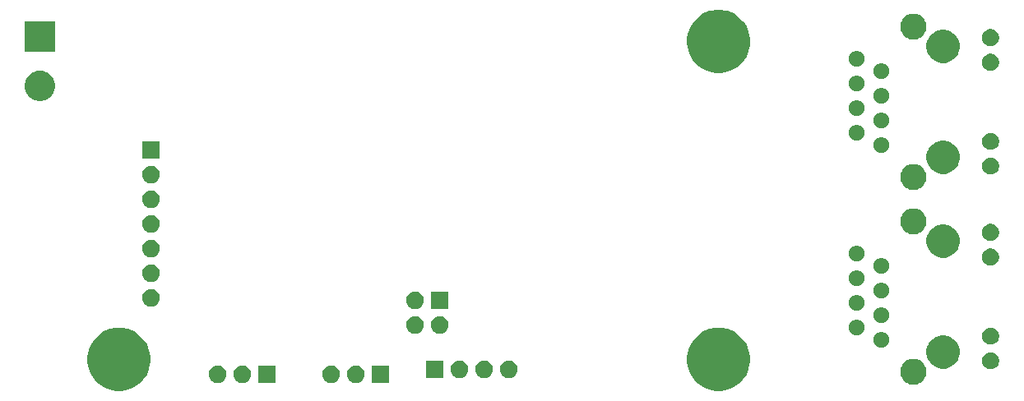
<source format=gbr>
G04 #@! TF.GenerationSoftware,KiCad,Pcbnew,(5.1.5)-3*
G04 #@! TF.CreationDate,2020-07-08T17:40:24+02:00*
G04 #@! TF.ProjectId,Mbed_Devboard,4d626564-5f44-4657-9662-6f6172642e6b,rev?*
G04 #@! TF.SameCoordinates,Original*
G04 #@! TF.FileFunction,Soldermask,Bot*
G04 #@! TF.FilePolarity,Negative*
%FSLAX46Y46*%
G04 Gerber Fmt 4.6, Leading zero omitted, Abs format (unit mm)*
G04 Created by KiCad (PCBNEW (5.1.5)-3) date 2020-07-08 17:40:24*
%MOMM*%
%LPD*%
G04 APERTURE LIST*
%ADD10C,0.100000*%
G04 APERTURE END LIST*
D10*
G36*
X168805972Y-71949664D02*
G01*
X169350282Y-72057934D01*
X169941926Y-72303001D01*
X170291351Y-72536480D01*
X170471042Y-72656545D01*
X170474392Y-72658784D01*
X170927216Y-73111608D01*
X171282999Y-73644074D01*
X171412824Y-73957500D01*
X171528066Y-74235719D01*
X171653000Y-74863803D01*
X171653000Y-75504197D01*
X171604715Y-75746940D01*
X171528066Y-76132282D01*
X171282999Y-76723926D01*
X170927216Y-77256392D01*
X170474392Y-77709216D01*
X169941926Y-78064999D01*
X169350282Y-78310066D01*
X169036239Y-78372533D01*
X168722197Y-78435000D01*
X168081803Y-78435000D01*
X167767761Y-78372533D01*
X167453718Y-78310066D01*
X166862074Y-78064999D01*
X166329608Y-77709216D01*
X165876784Y-77256392D01*
X165521001Y-76723926D01*
X165275934Y-76132282D01*
X165199285Y-75746940D01*
X165151000Y-75504197D01*
X165151000Y-74863803D01*
X165275934Y-74235719D01*
X165391176Y-73957500D01*
X165521001Y-73644074D01*
X165876784Y-73111608D01*
X166329608Y-72658784D01*
X166332959Y-72656545D01*
X166512649Y-72536480D01*
X166862074Y-72303001D01*
X167453718Y-72057934D01*
X167998028Y-71949664D01*
X168081803Y-71933000D01*
X168722197Y-71933000D01*
X168805972Y-71949664D01*
G37*
G36*
X107083972Y-71949664D02*
G01*
X107628282Y-72057934D01*
X108219926Y-72303001D01*
X108569351Y-72536480D01*
X108749042Y-72656545D01*
X108752392Y-72658784D01*
X109205216Y-73111608D01*
X109560999Y-73644074D01*
X109690824Y-73957500D01*
X109806066Y-74235719D01*
X109931000Y-74863803D01*
X109931000Y-75504197D01*
X109882715Y-75746940D01*
X109806066Y-76132282D01*
X109560999Y-76723926D01*
X109205216Y-77256392D01*
X108752392Y-77709216D01*
X108219926Y-78064999D01*
X107628282Y-78310066D01*
X107314239Y-78372533D01*
X107000197Y-78435000D01*
X106359803Y-78435000D01*
X106045761Y-78372533D01*
X105731718Y-78310066D01*
X105140074Y-78064999D01*
X104607608Y-77709216D01*
X104154784Y-77256392D01*
X103799001Y-76723926D01*
X103553934Y-76132282D01*
X103477285Y-75746940D01*
X103429000Y-75504197D01*
X103429000Y-74863803D01*
X103553934Y-74235719D01*
X103669176Y-73957500D01*
X103799001Y-73644074D01*
X104154784Y-73111608D01*
X104607608Y-72658784D01*
X104610959Y-72656545D01*
X104790649Y-72536480D01*
X105140074Y-72303001D01*
X105731718Y-72057934D01*
X106276028Y-71949664D01*
X106359803Y-71933000D01*
X107000197Y-71933000D01*
X107083972Y-71949664D01*
G37*
G36*
X188854966Y-75169745D02*
G01*
X189097647Y-75270267D01*
X189097649Y-75270268D01*
X189316057Y-75416203D01*
X189501797Y-75601943D01*
X189638811Y-75807000D01*
X189647733Y-75820353D01*
X189748255Y-76063034D01*
X189799500Y-76320660D01*
X189799500Y-76583340D01*
X189748255Y-76840966D01*
X189723863Y-76899853D01*
X189647732Y-77083649D01*
X189501797Y-77302057D01*
X189316057Y-77487797D01*
X189097649Y-77633732D01*
X189097648Y-77633733D01*
X189097647Y-77633733D01*
X188854966Y-77734255D01*
X188597340Y-77785500D01*
X188334660Y-77785500D01*
X188077034Y-77734255D01*
X187834353Y-77633733D01*
X187834352Y-77633733D01*
X187834351Y-77633732D01*
X187615943Y-77487797D01*
X187430203Y-77302057D01*
X187284268Y-77083649D01*
X187208137Y-76899853D01*
X187183745Y-76840966D01*
X187132500Y-76583340D01*
X187132500Y-76320660D01*
X187183745Y-76063034D01*
X187284267Y-75820353D01*
X187293189Y-75807000D01*
X187430203Y-75601943D01*
X187615943Y-75416203D01*
X187834351Y-75270268D01*
X187834353Y-75270267D01*
X188077034Y-75169745D01*
X188334660Y-75118500D01*
X188597340Y-75118500D01*
X188854966Y-75169745D01*
G37*
G36*
X122821000Y-77609000D02*
G01*
X121019000Y-77609000D01*
X121019000Y-75807000D01*
X122821000Y-75807000D01*
X122821000Y-77609000D01*
G37*
G36*
X128637512Y-75811927D02*
G01*
X128786812Y-75841624D01*
X128950784Y-75909544D01*
X129098354Y-76008147D01*
X129223853Y-76133646D01*
X129322456Y-76281216D01*
X129390376Y-76445188D01*
X129425000Y-76619259D01*
X129425000Y-76796741D01*
X129390376Y-76970812D01*
X129322456Y-77134784D01*
X129223853Y-77282354D01*
X129098354Y-77407853D01*
X128950784Y-77506456D01*
X128786812Y-77574376D01*
X128637512Y-77604073D01*
X128612742Y-77609000D01*
X128435258Y-77609000D01*
X128410488Y-77604073D01*
X128261188Y-77574376D01*
X128097216Y-77506456D01*
X127949646Y-77407853D01*
X127824147Y-77282354D01*
X127725544Y-77134784D01*
X127657624Y-76970812D01*
X127623000Y-76796741D01*
X127623000Y-76619259D01*
X127657624Y-76445188D01*
X127725544Y-76281216D01*
X127824147Y-76133646D01*
X127949646Y-76008147D01*
X128097216Y-75909544D01*
X128261188Y-75841624D01*
X128410488Y-75811927D01*
X128435258Y-75807000D01*
X128612742Y-75807000D01*
X128637512Y-75811927D01*
G37*
G36*
X131177512Y-75811927D02*
G01*
X131326812Y-75841624D01*
X131490784Y-75909544D01*
X131638354Y-76008147D01*
X131763853Y-76133646D01*
X131862456Y-76281216D01*
X131930376Y-76445188D01*
X131965000Y-76619259D01*
X131965000Y-76796741D01*
X131930376Y-76970812D01*
X131862456Y-77134784D01*
X131763853Y-77282354D01*
X131638354Y-77407853D01*
X131490784Y-77506456D01*
X131326812Y-77574376D01*
X131177512Y-77604073D01*
X131152742Y-77609000D01*
X130975258Y-77609000D01*
X130950488Y-77604073D01*
X130801188Y-77574376D01*
X130637216Y-77506456D01*
X130489646Y-77407853D01*
X130364147Y-77282354D01*
X130265544Y-77134784D01*
X130197624Y-76970812D01*
X130163000Y-76796741D01*
X130163000Y-76619259D01*
X130197624Y-76445188D01*
X130265544Y-76281216D01*
X130364147Y-76133646D01*
X130489646Y-76008147D01*
X130637216Y-75909544D01*
X130801188Y-75841624D01*
X130950488Y-75811927D01*
X130975258Y-75807000D01*
X131152742Y-75807000D01*
X131177512Y-75811927D01*
G37*
G36*
X134505000Y-77609000D02*
G01*
X132703000Y-77609000D01*
X132703000Y-75807000D01*
X134505000Y-75807000D01*
X134505000Y-77609000D01*
G37*
G36*
X116953512Y-75811927D02*
G01*
X117102812Y-75841624D01*
X117266784Y-75909544D01*
X117414354Y-76008147D01*
X117539853Y-76133646D01*
X117638456Y-76281216D01*
X117706376Y-76445188D01*
X117741000Y-76619259D01*
X117741000Y-76796741D01*
X117706376Y-76970812D01*
X117638456Y-77134784D01*
X117539853Y-77282354D01*
X117414354Y-77407853D01*
X117266784Y-77506456D01*
X117102812Y-77574376D01*
X116953512Y-77604073D01*
X116928742Y-77609000D01*
X116751258Y-77609000D01*
X116726488Y-77604073D01*
X116577188Y-77574376D01*
X116413216Y-77506456D01*
X116265646Y-77407853D01*
X116140147Y-77282354D01*
X116041544Y-77134784D01*
X115973624Y-76970812D01*
X115939000Y-76796741D01*
X115939000Y-76619259D01*
X115973624Y-76445188D01*
X116041544Y-76281216D01*
X116140147Y-76133646D01*
X116265646Y-76008147D01*
X116413216Y-75909544D01*
X116577188Y-75841624D01*
X116726488Y-75811927D01*
X116751258Y-75807000D01*
X116928742Y-75807000D01*
X116953512Y-75811927D01*
G37*
G36*
X119493512Y-75811927D02*
G01*
X119642812Y-75841624D01*
X119806784Y-75909544D01*
X119954354Y-76008147D01*
X120079853Y-76133646D01*
X120178456Y-76281216D01*
X120246376Y-76445188D01*
X120281000Y-76619259D01*
X120281000Y-76796741D01*
X120246376Y-76970812D01*
X120178456Y-77134784D01*
X120079853Y-77282354D01*
X119954354Y-77407853D01*
X119806784Y-77506456D01*
X119642812Y-77574376D01*
X119493512Y-77604073D01*
X119468742Y-77609000D01*
X119291258Y-77609000D01*
X119266488Y-77604073D01*
X119117188Y-77574376D01*
X118953216Y-77506456D01*
X118805646Y-77407853D01*
X118680147Y-77282354D01*
X118581544Y-77134784D01*
X118513624Y-76970812D01*
X118479000Y-76796741D01*
X118479000Y-76619259D01*
X118513624Y-76445188D01*
X118581544Y-76281216D01*
X118680147Y-76133646D01*
X118805646Y-76008147D01*
X118953216Y-75909544D01*
X119117188Y-75841624D01*
X119266488Y-75811927D01*
X119291258Y-75807000D01*
X119468742Y-75807000D01*
X119493512Y-75811927D01*
G37*
G36*
X140093000Y-77101000D02*
G01*
X138291000Y-77101000D01*
X138291000Y-75299000D01*
X140093000Y-75299000D01*
X140093000Y-77101000D01*
G37*
G36*
X146925512Y-75303927D02*
G01*
X147074812Y-75333624D01*
X147238784Y-75401544D01*
X147386354Y-75500147D01*
X147511853Y-75625646D01*
X147610456Y-75773216D01*
X147678376Y-75937188D01*
X147713000Y-76111259D01*
X147713000Y-76288741D01*
X147678376Y-76462812D01*
X147610456Y-76626784D01*
X147511853Y-76774354D01*
X147386354Y-76899853D01*
X147238784Y-76998456D01*
X147074812Y-77066376D01*
X146932489Y-77094685D01*
X146900742Y-77101000D01*
X146723258Y-77101000D01*
X146691511Y-77094685D01*
X146549188Y-77066376D01*
X146385216Y-76998456D01*
X146237646Y-76899853D01*
X146112147Y-76774354D01*
X146013544Y-76626784D01*
X145945624Y-76462812D01*
X145911000Y-76288741D01*
X145911000Y-76111259D01*
X145945624Y-75937188D01*
X146013544Y-75773216D01*
X146112147Y-75625646D01*
X146237646Y-75500147D01*
X146385216Y-75401544D01*
X146549188Y-75333624D01*
X146698488Y-75303927D01*
X146723258Y-75299000D01*
X146900742Y-75299000D01*
X146925512Y-75303927D01*
G37*
G36*
X144385512Y-75303927D02*
G01*
X144534812Y-75333624D01*
X144698784Y-75401544D01*
X144846354Y-75500147D01*
X144971853Y-75625646D01*
X145070456Y-75773216D01*
X145138376Y-75937188D01*
X145173000Y-76111259D01*
X145173000Y-76288741D01*
X145138376Y-76462812D01*
X145070456Y-76626784D01*
X144971853Y-76774354D01*
X144846354Y-76899853D01*
X144698784Y-76998456D01*
X144534812Y-77066376D01*
X144392489Y-77094685D01*
X144360742Y-77101000D01*
X144183258Y-77101000D01*
X144151511Y-77094685D01*
X144009188Y-77066376D01*
X143845216Y-76998456D01*
X143697646Y-76899853D01*
X143572147Y-76774354D01*
X143473544Y-76626784D01*
X143405624Y-76462812D01*
X143371000Y-76288741D01*
X143371000Y-76111259D01*
X143405624Y-75937188D01*
X143473544Y-75773216D01*
X143572147Y-75625646D01*
X143697646Y-75500147D01*
X143845216Y-75401544D01*
X144009188Y-75333624D01*
X144158488Y-75303927D01*
X144183258Y-75299000D01*
X144360742Y-75299000D01*
X144385512Y-75303927D01*
G37*
G36*
X141845512Y-75303927D02*
G01*
X141994812Y-75333624D01*
X142158784Y-75401544D01*
X142306354Y-75500147D01*
X142431853Y-75625646D01*
X142530456Y-75773216D01*
X142598376Y-75937188D01*
X142633000Y-76111259D01*
X142633000Y-76288741D01*
X142598376Y-76462812D01*
X142530456Y-76626784D01*
X142431853Y-76774354D01*
X142306354Y-76899853D01*
X142158784Y-76998456D01*
X141994812Y-77066376D01*
X141852489Y-77094685D01*
X141820742Y-77101000D01*
X141643258Y-77101000D01*
X141611511Y-77094685D01*
X141469188Y-77066376D01*
X141305216Y-76998456D01*
X141157646Y-76899853D01*
X141032147Y-76774354D01*
X140933544Y-76626784D01*
X140865624Y-76462812D01*
X140831000Y-76288741D01*
X140831000Y-76111259D01*
X140865624Y-75937188D01*
X140933544Y-75773216D01*
X141032147Y-75625646D01*
X141157646Y-75500147D01*
X141305216Y-75401544D01*
X141469188Y-75333624D01*
X141618488Y-75303927D01*
X141643258Y-75299000D01*
X141820742Y-75299000D01*
X141845512Y-75303927D01*
G37*
G36*
X196586899Y-74472832D02*
G01*
X196671520Y-74489664D01*
X196830942Y-74555699D01*
X196974418Y-74651566D01*
X197096434Y-74773582D01*
X197192301Y-74917058D01*
X197258336Y-75076480D01*
X197258336Y-75076481D01*
X197289834Y-75234829D01*
X197292000Y-75245721D01*
X197292000Y-75418279D01*
X197258336Y-75587520D01*
X197192301Y-75746942D01*
X197096434Y-75890418D01*
X196974418Y-76012434D01*
X196830942Y-76108301D01*
X196671520Y-76174336D01*
X196502280Y-76208000D01*
X196329720Y-76208000D01*
X196160480Y-76174336D01*
X196001058Y-76108301D01*
X195857582Y-76012434D01*
X195735566Y-75890418D01*
X195639699Y-75746942D01*
X195573664Y-75587520D01*
X195540000Y-75418279D01*
X195540000Y-75245721D01*
X195542167Y-75234829D01*
X195573664Y-75076481D01*
X195573664Y-75076480D01*
X195639699Y-74917058D01*
X195735566Y-74773582D01*
X195857582Y-74651566D01*
X196001058Y-74555699D01*
X196160480Y-74489664D01*
X196329720Y-74456000D01*
X196502280Y-74456000D01*
X196586899Y-74472832D01*
G37*
G36*
X192016538Y-72771944D02*
G01*
X192273254Y-72878280D01*
X192328831Y-72901301D01*
X192609886Y-73089096D01*
X192848904Y-73328114D01*
X192986171Y-73533548D01*
X193036700Y-73609171D01*
X193166056Y-73921462D01*
X193232000Y-74252987D01*
X193232000Y-74591013D01*
X193166056Y-74922538D01*
X193063659Y-75169745D01*
X193036699Y-75234831D01*
X192848904Y-75515886D01*
X192609886Y-75754904D01*
X192328831Y-75942699D01*
X192328830Y-75942700D01*
X192328829Y-75942700D01*
X192016538Y-76072056D01*
X191685013Y-76138000D01*
X191346987Y-76138000D01*
X191015462Y-76072056D01*
X190703171Y-75942700D01*
X190703170Y-75942700D01*
X190703169Y-75942699D01*
X190422114Y-75754904D01*
X190183096Y-75515886D01*
X189995301Y-75234831D01*
X189968341Y-75169745D01*
X189865944Y-74922538D01*
X189800000Y-74591013D01*
X189800000Y-74252987D01*
X189865944Y-73921462D01*
X189995300Y-73609171D01*
X190045830Y-73533548D01*
X190183096Y-73328114D01*
X190422114Y-73089096D01*
X190703169Y-72901301D01*
X190758746Y-72878280D01*
X191015462Y-72771944D01*
X191346987Y-72706000D01*
X191685013Y-72706000D01*
X192016538Y-72771944D01*
G37*
G36*
X185400956Y-72377455D02*
G01*
X185498683Y-72417936D01*
X185547548Y-72438176D01*
X185679473Y-72526325D01*
X185791675Y-72638527D01*
X185879824Y-72770452D01*
X185879824Y-72770453D01*
X185940545Y-72917044D01*
X185971500Y-73072665D01*
X185971500Y-73231335D01*
X185940545Y-73386956D01*
X185905138Y-73472434D01*
X185879824Y-73533548D01*
X185791675Y-73665473D01*
X185679473Y-73777675D01*
X185547548Y-73865824D01*
X185498683Y-73886064D01*
X185400956Y-73926545D01*
X185245335Y-73957500D01*
X185086665Y-73957500D01*
X184931044Y-73926545D01*
X184833317Y-73886064D01*
X184784452Y-73865824D01*
X184652527Y-73777675D01*
X184540325Y-73665473D01*
X184452176Y-73533548D01*
X184426862Y-73472434D01*
X184391455Y-73386956D01*
X184360500Y-73231335D01*
X184360500Y-73072665D01*
X184391455Y-72917044D01*
X184452176Y-72770453D01*
X184452176Y-72770452D01*
X184540325Y-72638527D01*
X184652527Y-72526325D01*
X184784452Y-72438176D01*
X184833317Y-72417936D01*
X184931044Y-72377455D01*
X185086665Y-72346500D01*
X185245335Y-72346500D01*
X185400956Y-72377455D01*
G37*
G36*
X196586899Y-71932832D02*
G01*
X196671520Y-71949664D01*
X196830942Y-72015699D01*
X196974418Y-72111566D01*
X197096434Y-72233582D01*
X197192301Y-72377058D01*
X197258336Y-72536480D01*
X197258336Y-72536481D01*
X197282664Y-72658783D01*
X197292000Y-72705721D01*
X197292000Y-72878279D01*
X197258336Y-73047520D01*
X197192301Y-73206942D01*
X197096434Y-73350418D01*
X196974418Y-73472434D01*
X196830942Y-73568301D01*
X196671520Y-73634336D01*
X196502280Y-73668000D01*
X196329720Y-73668000D01*
X196160480Y-73634336D01*
X196001058Y-73568301D01*
X195857582Y-73472434D01*
X195735566Y-73350418D01*
X195639699Y-73206942D01*
X195573664Y-73047520D01*
X195540000Y-72878279D01*
X195540000Y-72705721D01*
X195549337Y-72658783D01*
X195573664Y-72536481D01*
X195573664Y-72536480D01*
X195639699Y-72377058D01*
X195735566Y-72233582D01*
X195857582Y-72111566D01*
X196001058Y-72015699D01*
X196160480Y-71949664D01*
X196329720Y-71916000D01*
X196502280Y-71916000D01*
X196586899Y-71932832D01*
G37*
G36*
X182860956Y-71107455D02*
G01*
X182958683Y-71147936D01*
X183007548Y-71168176D01*
X183139473Y-71256325D01*
X183251675Y-71368527D01*
X183339824Y-71500452D01*
X183339824Y-71500453D01*
X183400545Y-71647044D01*
X183431500Y-71802665D01*
X183431500Y-71961335D01*
X183400545Y-72116956D01*
X183365172Y-72202353D01*
X183339824Y-72263548D01*
X183251675Y-72395473D01*
X183139473Y-72507675D01*
X183007548Y-72595824D01*
X182958683Y-72616064D01*
X182860956Y-72656545D01*
X182705335Y-72687500D01*
X182546665Y-72687500D01*
X182391044Y-72656545D01*
X182293317Y-72616064D01*
X182244452Y-72595824D01*
X182112527Y-72507675D01*
X182000325Y-72395473D01*
X181912176Y-72263548D01*
X181886828Y-72202353D01*
X181851455Y-72116956D01*
X181820500Y-71961335D01*
X181820500Y-71802665D01*
X181851455Y-71647044D01*
X181912176Y-71500453D01*
X181912176Y-71500452D01*
X182000325Y-71368527D01*
X182112527Y-71256325D01*
X182244452Y-71168176D01*
X182293317Y-71147936D01*
X182391044Y-71107455D01*
X182546665Y-71076500D01*
X182705335Y-71076500D01*
X182860956Y-71107455D01*
G37*
G36*
X137273512Y-70731927D02*
G01*
X137422812Y-70761624D01*
X137586784Y-70829544D01*
X137734354Y-70928147D01*
X137859853Y-71053646D01*
X137958456Y-71201216D01*
X138026376Y-71365188D01*
X138061000Y-71539259D01*
X138061000Y-71716741D01*
X138026376Y-71890812D01*
X137958456Y-72054784D01*
X137859853Y-72202354D01*
X137734354Y-72327853D01*
X137586784Y-72426456D01*
X137422812Y-72494376D01*
X137273512Y-72524073D01*
X137248742Y-72529000D01*
X137071258Y-72529000D01*
X137046488Y-72524073D01*
X136897188Y-72494376D01*
X136733216Y-72426456D01*
X136585646Y-72327853D01*
X136460147Y-72202354D01*
X136361544Y-72054784D01*
X136293624Y-71890812D01*
X136259000Y-71716741D01*
X136259000Y-71539259D01*
X136293624Y-71365188D01*
X136361544Y-71201216D01*
X136460147Y-71053646D01*
X136585646Y-70928147D01*
X136733216Y-70829544D01*
X136897188Y-70761624D01*
X137046488Y-70731927D01*
X137071258Y-70727000D01*
X137248742Y-70727000D01*
X137273512Y-70731927D01*
G37*
G36*
X139813512Y-70731927D02*
G01*
X139962812Y-70761624D01*
X140126784Y-70829544D01*
X140274354Y-70928147D01*
X140399853Y-71053646D01*
X140498456Y-71201216D01*
X140566376Y-71365188D01*
X140601000Y-71539259D01*
X140601000Y-71716741D01*
X140566376Y-71890812D01*
X140498456Y-72054784D01*
X140399853Y-72202354D01*
X140274354Y-72327853D01*
X140126784Y-72426456D01*
X139962812Y-72494376D01*
X139813512Y-72524073D01*
X139788742Y-72529000D01*
X139611258Y-72529000D01*
X139586488Y-72524073D01*
X139437188Y-72494376D01*
X139273216Y-72426456D01*
X139125646Y-72327853D01*
X139000147Y-72202354D01*
X138901544Y-72054784D01*
X138833624Y-71890812D01*
X138799000Y-71716741D01*
X138799000Y-71539259D01*
X138833624Y-71365188D01*
X138901544Y-71201216D01*
X139000147Y-71053646D01*
X139125646Y-70928147D01*
X139273216Y-70829544D01*
X139437188Y-70761624D01*
X139586488Y-70731927D01*
X139611258Y-70727000D01*
X139788742Y-70727000D01*
X139813512Y-70731927D01*
G37*
G36*
X185400956Y-69837455D02*
G01*
X185498683Y-69877936D01*
X185547548Y-69898176D01*
X185679473Y-69986325D01*
X185791675Y-70098527D01*
X185879824Y-70230452D01*
X185879824Y-70230453D01*
X185940545Y-70377044D01*
X185971500Y-70532665D01*
X185971500Y-70691335D01*
X185940545Y-70846956D01*
X185900064Y-70944683D01*
X185879824Y-70993548D01*
X185791675Y-71125473D01*
X185679473Y-71237675D01*
X185547548Y-71325824D01*
X185498683Y-71346064D01*
X185400956Y-71386545D01*
X185245335Y-71417500D01*
X185086665Y-71417500D01*
X184931044Y-71386545D01*
X184833317Y-71346064D01*
X184784452Y-71325824D01*
X184652527Y-71237675D01*
X184540325Y-71125473D01*
X184452176Y-70993548D01*
X184431936Y-70944683D01*
X184391455Y-70846956D01*
X184360500Y-70691335D01*
X184360500Y-70532665D01*
X184391455Y-70377044D01*
X184452176Y-70230453D01*
X184452176Y-70230452D01*
X184540325Y-70098527D01*
X184652527Y-69986325D01*
X184784452Y-69898176D01*
X184833317Y-69877936D01*
X184931044Y-69837455D01*
X185086665Y-69806500D01*
X185245335Y-69806500D01*
X185400956Y-69837455D01*
G37*
G36*
X182860956Y-68567455D02*
G01*
X182958683Y-68607936D01*
X183007548Y-68628176D01*
X183139473Y-68716325D01*
X183251675Y-68828527D01*
X183339824Y-68960452D01*
X183339824Y-68960453D01*
X183400545Y-69107044D01*
X183431500Y-69262665D01*
X183431500Y-69421335D01*
X183400545Y-69576956D01*
X183365172Y-69662353D01*
X183339824Y-69723548D01*
X183251675Y-69855473D01*
X183139473Y-69967675D01*
X183007548Y-70055824D01*
X182958683Y-70076064D01*
X182860956Y-70116545D01*
X182705335Y-70147500D01*
X182546665Y-70147500D01*
X182391044Y-70116545D01*
X182293317Y-70076064D01*
X182244452Y-70055824D01*
X182112527Y-69967675D01*
X182000325Y-69855473D01*
X181912176Y-69723548D01*
X181886828Y-69662353D01*
X181851455Y-69576956D01*
X181820500Y-69421335D01*
X181820500Y-69262665D01*
X181851455Y-69107044D01*
X181912176Y-68960453D01*
X181912176Y-68960452D01*
X182000325Y-68828527D01*
X182112527Y-68716325D01*
X182244452Y-68628176D01*
X182293317Y-68607936D01*
X182391044Y-68567455D01*
X182546665Y-68536500D01*
X182705335Y-68536500D01*
X182860956Y-68567455D01*
G37*
G36*
X137273512Y-68191927D02*
G01*
X137422812Y-68221624D01*
X137586784Y-68289544D01*
X137734354Y-68388147D01*
X137859853Y-68513646D01*
X137958456Y-68661216D01*
X138026376Y-68825188D01*
X138061000Y-68999259D01*
X138061000Y-69176741D01*
X138026376Y-69350812D01*
X137958456Y-69514784D01*
X137859853Y-69662354D01*
X137734354Y-69787853D01*
X137586784Y-69886456D01*
X137422812Y-69954376D01*
X137273512Y-69984073D01*
X137248742Y-69989000D01*
X137071258Y-69989000D01*
X137046488Y-69984073D01*
X136897188Y-69954376D01*
X136733216Y-69886456D01*
X136585646Y-69787853D01*
X136460147Y-69662354D01*
X136361544Y-69514784D01*
X136293624Y-69350812D01*
X136259000Y-69176741D01*
X136259000Y-68999259D01*
X136293624Y-68825188D01*
X136361544Y-68661216D01*
X136460147Y-68513646D01*
X136585646Y-68388147D01*
X136733216Y-68289544D01*
X136897188Y-68221624D01*
X137046488Y-68191927D01*
X137071258Y-68187000D01*
X137248742Y-68187000D01*
X137273512Y-68191927D01*
G37*
G36*
X140601000Y-69989000D02*
G01*
X138799000Y-69989000D01*
X138799000Y-68187000D01*
X140601000Y-68187000D01*
X140601000Y-69989000D01*
G37*
G36*
X110095512Y-67937927D02*
G01*
X110244812Y-67967624D01*
X110408784Y-68035544D01*
X110556354Y-68134147D01*
X110681853Y-68259646D01*
X110780456Y-68407216D01*
X110848376Y-68571188D01*
X110883000Y-68745259D01*
X110883000Y-68922741D01*
X110848376Y-69096812D01*
X110780456Y-69260784D01*
X110681853Y-69408354D01*
X110556354Y-69533853D01*
X110408784Y-69632456D01*
X110244812Y-69700376D01*
X110095512Y-69730073D01*
X110070742Y-69735000D01*
X109893258Y-69735000D01*
X109868488Y-69730073D01*
X109719188Y-69700376D01*
X109555216Y-69632456D01*
X109407646Y-69533853D01*
X109282147Y-69408354D01*
X109183544Y-69260784D01*
X109115624Y-69096812D01*
X109081000Y-68922741D01*
X109081000Y-68745259D01*
X109115624Y-68571188D01*
X109183544Y-68407216D01*
X109282147Y-68259646D01*
X109407646Y-68134147D01*
X109555216Y-68035544D01*
X109719188Y-67967624D01*
X109868488Y-67937927D01*
X109893258Y-67933000D01*
X110070742Y-67933000D01*
X110095512Y-67937927D01*
G37*
G36*
X185400956Y-67297455D02*
G01*
X185498683Y-67337936D01*
X185547548Y-67358176D01*
X185679473Y-67446325D01*
X185791675Y-67558527D01*
X185879824Y-67690452D01*
X185879824Y-67690453D01*
X185940545Y-67837044D01*
X185971500Y-67992665D01*
X185971500Y-68151335D01*
X185940545Y-68306956D01*
X185900064Y-68404683D01*
X185879824Y-68453548D01*
X185791675Y-68585473D01*
X185679473Y-68697675D01*
X185547548Y-68785824D01*
X185498683Y-68806064D01*
X185400956Y-68846545D01*
X185245335Y-68877500D01*
X185086665Y-68877500D01*
X184931044Y-68846545D01*
X184833317Y-68806064D01*
X184784452Y-68785824D01*
X184652527Y-68697675D01*
X184540325Y-68585473D01*
X184452176Y-68453548D01*
X184431936Y-68404683D01*
X184391455Y-68306956D01*
X184360500Y-68151335D01*
X184360500Y-67992665D01*
X184391455Y-67837044D01*
X184452176Y-67690453D01*
X184452176Y-67690452D01*
X184540325Y-67558527D01*
X184652527Y-67446325D01*
X184784452Y-67358176D01*
X184833317Y-67337936D01*
X184931044Y-67297455D01*
X185086665Y-67266500D01*
X185245335Y-67266500D01*
X185400956Y-67297455D01*
G37*
G36*
X182860956Y-66027455D02*
G01*
X182958683Y-66067936D01*
X183007548Y-66088176D01*
X183139473Y-66176325D01*
X183251675Y-66288527D01*
X183339824Y-66420452D01*
X183339824Y-66420453D01*
X183400545Y-66567044D01*
X183431500Y-66722665D01*
X183431500Y-66881335D01*
X183400545Y-67036956D01*
X183360064Y-67134683D01*
X183339824Y-67183548D01*
X183251675Y-67315473D01*
X183139473Y-67427675D01*
X183007548Y-67515824D01*
X182958683Y-67536064D01*
X182860956Y-67576545D01*
X182705335Y-67607500D01*
X182546665Y-67607500D01*
X182391044Y-67576545D01*
X182293317Y-67536064D01*
X182244452Y-67515824D01*
X182112527Y-67427675D01*
X182000325Y-67315473D01*
X181912176Y-67183548D01*
X181891936Y-67134683D01*
X181851455Y-67036956D01*
X181820500Y-66881335D01*
X181820500Y-66722665D01*
X181851455Y-66567044D01*
X181912176Y-66420453D01*
X181912176Y-66420452D01*
X182000325Y-66288527D01*
X182112527Y-66176325D01*
X182244452Y-66088176D01*
X182293317Y-66067936D01*
X182391044Y-66027455D01*
X182546665Y-65996500D01*
X182705335Y-65996500D01*
X182860956Y-66027455D01*
G37*
G36*
X110095512Y-65397927D02*
G01*
X110244812Y-65427624D01*
X110408784Y-65495544D01*
X110556354Y-65594147D01*
X110681853Y-65719646D01*
X110780456Y-65867216D01*
X110848376Y-66031188D01*
X110883000Y-66205259D01*
X110883000Y-66382741D01*
X110848376Y-66556812D01*
X110780456Y-66720784D01*
X110681853Y-66868354D01*
X110556354Y-66993853D01*
X110408784Y-67092456D01*
X110244812Y-67160376D01*
X110095512Y-67190073D01*
X110070742Y-67195000D01*
X109893258Y-67195000D01*
X109868488Y-67190073D01*
X109719188Y-67160376D01*
X109555216Y-67092456D01*
X109407646Y-66993853D01*
X109282147Y-66868354D01*
X109183544Y-66720784D01*
X109115624Y-66556812D01*
X109081000Y-66382741D01*
X109081000Y-66205259D01*
X109115624Y-66031188D01*
X109183544Y-65867216D01*
X109282147Y-65719646D01*
X109407646Y-65594147D01*
X109555216Y-65495544D01*
X109719188Y-65427624D01*
X109868488Y-65397927D01*
X109893258Y-65393000D01*
X110070742Y-65393000D01*
X110095512Y-65397927D01*
G37*
G36*
X185400956Y-64757455D02*
G01*
X185498683Y-64797936D01*
X185547548Y-64818176D01*
X185679473Y-64906325D01*
X185791675Y-65018527D01*
X185879824Y-65150452D01*
X185879824Y-65150453D01*
X185940545Y-65297044D01*
X185971500Y-65452665D01*
X185971500Y-65611335D01*
X185940545Y-65766956D01*
X185900064Y-65864683D01*
X185879824Y-65913548D01*
X185791675Y-66045473D01*
X185679473Y-66157675D01*
X185547548Y-66245824D01*
X185498683Y-66266064D01*
X185400956Y-66306545D01*
X185245335Y-66337500D01*
X185086665Y-66337500D01*
X184931044Y-66306545D01*
X184833317Y-66266064D01*
X184784452Y-66245824D01*
X184652527Y-66157675D01*
X184540325Y-66045473D01*
X184452176Y-65913548D01*
X184431936Y-65864683D01*
X184391455Y-65766956D01*
X184360500Y-65611335D01*
X184360500Y-65452665D01*
X184391455Y-65297044D01*
X184452176Y-65150453D01*
X184452176Y-65150452D01*
X184540325Y-65018527D01*
X184652527Y-64906325D01*
X184784452Y-64818176D01*
X184833317Y-64797936D01*
X184931044Y-64757455D01*
X185086665Y-64726500D01*
X185245335Y-64726500D01*
X185400956Y-64757455D01*
G37*
G36*
X196586899Y-63762832D02*
G01*
X196671520Y-63779664D01*
X196830942Y-63845699D01*
X196974418Y-63941566D01*
X197096434Y-64063582D01*
X197192301Y-64207058D01*
X197258336Y-64366480D01*
X197292000Y-64535721D01*
X197292000Y-64708279D01*
X197258336Y-64877520D01*
X197192301Y-65036942D01*
X197096434Y-65180418D01*
X196974418Y-65302434D01*
X196830942Y-65398301D01*
X196671520Y-65464336D01*
X196502280Y-65498000D01*
X196329720Y-65498000D01*
X196160480Y-65464336D01*
X196001058Y-65398301D01*
X195857582Y-65302434D01*
X195735566Y-65180418D01*
X195639699Y-65036942D01*
X195573664Y-64877520D01*
X195540000Y-64708279D01*
X195540000Y-64535721D01*
X195573664Y-64366480D01*
X195639699Y-64207058D01*
X195735566Y-64063582D01*
X195857582Y-63941566D01*
X196001058Y-63845699D01*
X196160480Y-63779664D01*
X196245101Y-63762832D01*
X196329720Y-63746000D01*
X196502280Y-63746000D01*
X196586899Y-63762832D01*
G37*
G36*
X182860956Y-63487455D02*
G01*
X182958683Y-63527936D01*
X183007548Y-63548176D01*
X183139473Y-63636325D01*
X183251675Y-63748527D01*
X183339824Y-63880452D01*
X183339824Y-63880453D01*
X183400545Y-64027044D01*
X183431500Y-64182665D01*
X183431500Y-64341335D01*
X183400545Y-64496956D01*
X183360064Y-64594683D01*
X183339824Y-64643548D01*
X183251675Y-64775473D01*
X183139473Y-64887675D01*
X183007548Y-64975824D01*
X182958683Y-64996064D01*
X182860956Y-65036545D01*
X182705335Y-65067500D01*
X182546665Y-65067500D01*
X182391044Y-65036545D01*
X182293317Y-64996064D01*
X182244452Y-64975824D01*
X182112527Y-64887675D01*
X182000325Y-64775473D01*
X181912176Y-64643548D01*
X181891936Y-64594683D01*
X181851455Y-64496956D01*
X181820500Y-64341335D01*
X181820500Y-64182665D01*
X181851455Y-64027044D01*
X181912176Y-63880453D01*
X181912176Y-63880452D01*
X182000325Y-63748527D01*
X182112527Y-63636325D01*
X182244452Y-63548176D01*
X182293317Y-63527936D01*
X182391044Y-63487455D01*
X182546665Y-63456500D01*
X182705335Y-63456500D01*
X182860956Y-63487455D01*
G37*
G36*
X192016538Y-61341944D02*
G01*
X192328829Y-61471300D01*
X192328831Y-61471301D01*
X192609886Y-61659096D01*
X192848904Y-61898114D01*
X193029423Y-62168279D01*
X193036700Y-62179171D01*
X193166056Y-62491462D01*
X193232000Y-62822987D01*
X193232000Y-63161013D01*
X193166056Y-63492538D01*
X193094512Y-63665259D01*
X193036699Y-63804831D01*
X192848904Y-64085886D01*
X192609886Y-64324904D01*
X192328831Y-64512699D01*
X192328830Y-64512700D01*
X192328829Y-64512700D01*
X192016538Y-64642056D01*
X191685013Y-64708000D01*
X191346987Y-64708000D01*
X191015462Y-64642056D01*
X190703171Y-64512700D01*
X190703170Y-64512700D01*
X190703169Y-64512699D01*
X190422114Y-64324904D01*
X190183096Y-64085886D01*
X189995301Y-63804831D01*
X189937488Y-63665259D01*
X189865944Y-63492538D01*
X189800000Y-63161013D01*
X189800000Y-62822987D01*
X189865944Y-62491462D01*
X189995300Y-62179171D01*
X190002578Y-62168279D01*
X190183096Y-61898114D01*
X190422114Y-61659096D01*
X190703169Y-61471301D01*
X190703171Y-61471300D01*
X191015462Y-61341944D01*
X191346987Y-61276000D01*
X191685013Y-61276000D01*
X192016538Y-61341944D01*
G37*
G36*
X110095512Y-62857927D02*
G01*
X110244812Y-62887624D01*
X110408784Y-62955544D01*
X110556354Y-63054147D01*
X110681853Y-63179646D01*
X110780456Y-63327216D01*
X110848376Y-63491188D01*
X110883000Y-63665259D01*
X110883000Y-63842741D01*
X110848376Y-64016812D01*
X110780456Y-64180784D01*
X110681853Y-64328354D01*
X110556354Y-64453853D01*
X110408784Y-64552456D01*
X110244812Y-64620376D01*
X110095512Y-64650073D01*
X110070742Y-64655000D01*
X109893258Y-64655000D01*
X109868488Y-64650073D01*
X109719188Y-64620376D01*
X109555216Y-64552456D01*
X109407646Y-64453853D01*
X109282147Y-64328354D01*
X109183544Y-64180784D01*
X109115624Y-64016812D01*
X109081000Y-63842741D01*
X109081000Y-63665259D01*
X109115624Y-63491188D01*
X109183544Y-63327216D01*
X109282147Y-63179646D01*
X109407646Y-63054147D01*
X109555216Y-62955544D01*
X109719188Y-62887624D01*
X109868488Y-62857927D01*
X109893258Y-62853000D01*
X110070742Y-62853000D01*
X110095512Y-62857927D01*
G37*
G36*
X196671520Y-61239664D02*
G01*
X196830942Y-61305699D01*
X196974418Y-61401566D01*
X197096434Y-61523582D01*
X197192301Y-61667058D01*
X197258336Y-61826480D01*
X197258336Y-61826481D01*
X197292000Y-61995720D01*
X197292000Y-62168280D01*
X197258336Y-62337520D01*
X197192301Y-62496942D01*
X197096434Y-62640418D01*
X196974418Y-62762434D01*
X196830942Y-62858301D01*
X196671520Y-62924336D01*
X196502280Y-62958000D01*
X196329720Y-62958000D01*
X196160480Y-62924336D01*
X196001058Y-62858301D01*
X195857582Y-62762434D01*
X195735566Y-62640418D01*
X195639699Y-62496942D01*
X195573664Y-62337520D01*
X195540000Y-62168280D01*
X195540000Y-61995720D01*
X195573664Y-61826481D01*
X195573664Y-61826480D01*
X195639699Y-61667058D01*
X195735566Y-61523582D01*
X195857582Y-61401566D01*
X196001058Y-61305699D01*
X196160480Y-61239664D01*
X196329720Y-61206000D01*
X196502280Y-61206000D01*
X196671520Y-61239664D01*
G37*
G36*
X188854966Y-59679745D02*
G01*
X188854969Y-59679746D01*
X188854968Y-59679746D01*
X189097649Y-59780268D01*
X189316057Y-59926203D01*
X189501797Y-60111943D01*
X189636138Y-60313000D01*
X189647733Y-60330353D01*
X189748255Y-60573034D01*
X189799500Y-60830660D01*
X189799500Y-61093340D01*
X189748255Y-61350966D01*
X189748254Y-61350968D01*
X189647732Y-61593649D01*
X189501797Y-61812057D01*
X189316057Y-61997797D01*
X189097649Y-62143732D01*
X189097648Y-62143733D01*
X189097647Y-62143733D01*
X188854966Y-62244255D01*
X188597340Y-62295500D01*
X188334660Y-62295500D01*
X188077034Y-62244255D01*
X187834353Y-62143733D01*
X187834352Y-62143733D01*
X187834351Y-62143732D01*
X187615943Y-61997797D01*
X187430203Y-61812057D01*
X187284268Y-61593649D01*
X187183746Y-61350968D01*
X187183745Y-61350966D01*
X187132500Y-61093340D01*
X187132500Y-60830660D01*
X187183745Y-60573034D01*
X187284267Y-60330353D01*
X187295862Y-60313000D01*
X187430203Y-60111943D01*
X187615943Y-59926203D01*
X187834351Y-59780268D01*
X188077032Y-59679746D01*
X188077031Y-59679746D01*
X188077034Y-59679745D01*
X188334660Y-59628500D01*
X188597340Y-59628500D01*
X188854966Y-59679745D01*
G37*
G36*
X110095512Y-60317927D02*
G01*
X110244812Y-60347624D01*
X110408784Y-60415544D01*
X110556354Y-60514147D01*
X110681853Y-60639646D01*
X110780456Y-60787216D01*
X110848376Y-60951188D01*
X110883000Y-61125259D01*
X110883000Y-61302741D01*
X110848376Y-61476812D01*
X110780456Y-61640784D01*
X110681853Y-61788354D01*
X110556354Y-61913853D01*
X110408784Y-62012456D01*
X110244812Y-62080376D01*
X110095512Y-62110073D01*
X110070742Y-62115000D01*
X109893258Y-62115000D01*
X109868488Y-62110073D01*
X109719188Y-62080376D01*
X109555216Y-62012456D01*
X109407646Y-61913853D01*
X109282147Y-61788354D01*
X109183544Y-61640784D01*
X109115624Y-61476812D01*
X109081000Y-61302741D01*
X109081000Y-61125259D01*
X109115624Y-60951188D01*
X109183544Y-60787216D01*
X109282147Y-60639646D01*
X109407646Y-60514147D01*
X109555216Y-60415544D01*
X109719188Y-60347624D01*
X109868488Y-60317927D01*
X109893258Y-60313000D01*
X110070742Y-60313000D01*
X110095512Y-60317927D01*
G37*
G36*
X110095512Y-57777927D02*
G01*
X110244812Y-57807624D01*
X110408784Y-57875544D01*
X110556354Y-57974147D01*
X110681853Y-58099646D01*
X110780456Y-58247216D01*
X110848376Y-58411188D01*
X110883000Y-58585259D01*
X110883000Y-58762741D01*
X110848376Y-58936812D01*
X110780456Y-59100784D01*
X110681853Y-59248354D01*
X110556354Y-59373853D01*
X110408784Y-59472456D01*
X110244812Y-59540376D01*
X110095512Y-59570073D01*
X110070742Y-59575000D01*
X109893258Y-59575000D01*
X109868488Y-59570073D01*
X109719188Y-59540376D01*
X109555216Y-59472456D01*
X109407646Y-59373853D01*
X109282147Y-59248354D01*
X109183544Y-59100784D01*
X109115624Y-58936812D01*
X109081000Y-58762741D01*
X109081000Y-58585259D01*
X109115624Y-58411188D01*
X109183544Y-58247216D01*
X109282147Y-58099646D01*
X109407646Y-57974147D01*
X109555216Y-57875544D01*
X109719188Y-57807624D01*
X109868488Y-57777927D01*
X109893258Y-57773000D01*
X110070742Y-57773000D01*
X110095512Y-57777927D01*
G37*
G36*
X188854966Y-55103745D02*
G01*
X189097647Y-55204267D01*
X189097649Y-55204268D01*
X189316057Y-55350203D01*
X189501797Y-55535943D01*
X189647732Y-55754351D01*
X189647733Y-55754353D01*
X189748255Y-55997034D01*
X189799500Y-56254660D01*
X189799500Y-56517340D01*
X189748255Y-56774966D01*
X189723863Y-56833853D01*
X189647732Y-57017649D01*
X189501797Y-57236057D01*
X189316057Y-57421797D01*
X189097649Y-57567732D01*
X189097648Y-57567733D01*
X189097647Y-57567733D01*
X188854966Y-57668255D01*
X188597340Y-57719500D01*
X188334660Y-57719500D01*
X188077034Y-57668255D01*
X187834353Y-57567733D01*
X187834352Y-57567733D01*
X187834351Y-57567732D01*
X187615943Y-57421797D01*
X187430203Y-57236057D01*
X187284268Y-57017649D01*
X187208137Y-56833853D01*
X187183745Y-56774966D01*
X187132500Y-56517340D01*
X187132500Y-56254660D01*
X187183745Y-55997034D01*
X187284267Y-55754353D01*
X187284268Y-55754351D01*
X187430203Y-55535943D01*
X187615943Y-55350203D01*
X187834351Y-55204268D01*
X187834353Y-55204267D01*
X188077034Y-55103745D01*
X188334660Y-55052500D01*
X188597340Y-55052500D01*
X188854966Y-55103745D01*
G37*
G36*
X110095512Y-55237927D02*
G01*
X110244812Y-55267624D01*
X110408784Y-55335544D01*
X110556354Y-55434147D01*
X110681853Y-55559646D01*
X110780456Y-55707216D01*
X110848376Y-55871188D01*
X110883000Y-56045259D01*
X110883000Y-56222741D01*
X110848376Y-56396812D01*
X110780456Y-56560784D01*
X110681853Y-56708354D01*
X110556354Y-56833853D01*
X110408784Y-56932456D01*
X110244812Y-57000376D01*
X110095512Y-57030073D01*
X110070742Y-57035000D01*
X109893258Y-57035000D01*
X109868488Y-57030073D01*
X109719188Y-57000376D01*
X109555216Y-56932456D01*
X109407646Y-56833853D01*
X109282147Y-56708354D01*
X109183544Y-56560784D01*
X109115624Y-56396812D01*
X109081000Y-56222741D01*
X109081000Y-56045259D01*
X109115624Y-55871188D01*
X109183544Y-55707216D01*
X109282147Y-55559646D01*
X109407646Y-55434147D01*
X109555216Y-55335544D01*
X109719188Y-55267624D01*
X109868488Y-55237927D01*
X109893258Y-55233000D01*
X110070742Y-55233000D01*
X110095512Y-55237927D01*
G37*
G36*
X196671520Y-54423664D02*
G01*
X196830942Y-54489699D01*
X196974418Y-54585566D01*
X197096434Y-54707582D01*
X197192301Y-54851058D01*
X197258336Y-55010480D01*
X197258336Y-55010481D01*
X197289834Y-55168829D01*
X197292000Y-55179721D01*
X197292000Y-55352279D01*
X197258336Y-55521520D01*
X197192301Y-55680942D01*
X197096434Y-55824418D01*
X196974418Y-55946434D01*
X196830942Y-56042301D01*
X196671520Y-56108336D01*
X196586899Y-56125168D01*
X196502280Y-56142000D01*
X196329720Y-56142000D01*
X196245101Y-56125168D01*
X196160480Y-56108336D01*
X196001058Y-56042301D01*
X195857582Y-55946434D01*
X195735566Y-55824418D01*
X195639699Y-55680942D01*
X195573664Y-55521520D01*
X195540000Y-55352279D01*
X195540000Y-55179721D01*
X195542167Y-55168829D01*
X195573664Y-55010481D01*
X195573664Y-55010480D01*
X195639699Y-54851058D01*
X195735566Y-54707582D01*
X195857582Y-54585566D01*
X196001058Y-54489699D01*
X196160480Y-54423664D01*
X196329720Y-54390000D01*
X196502280Y-54390000D01*
X196671520Y-54423664D01*
G37*
G36*
X192016538Y-52705944D02*
G01*
X192273254Y-52812280D01*
X192328831Y-52835301D01*
X192609886Y-53023096D01*
X192848904Y-53262114D01*
X192986171Y-53467548D01*
X193036700Y-53543171D01*
X193166056Y-53855462D01*
X193232000Y-54186987D01*
X193232000Y-54525013D01*
X193166056Y-54856538D01*
X193102290Y-55010481D01*
X193036699Y-55168831D01*
X192848904Y-55449886D01*
X192609886Y-55688904D01*
X192328831Y-55876699D01*
X192328830Y-55876700D01*
X192328829Y-55876700D01*
X192016538Y-56006056D01*
X191685013Y-56072000D01*
X191346987Y-56072000D01*
X191015462Y-56006056D01*
X190703171Y-55876700D01*
X190703170Y-55876700D01*
X190703169Y-55876699D01*
X190422114Y-55688904D01*
X190183096Y-55449886D01*
X189995301Y-55168831D01*
X189929710Y-55010481D01*
X189865944Y-54856538D01*
X189800000Y-54525013D01*
X189800000Y-54186987D01*
X189865944Y-53855462D01*
X189995300Y-53543171D01*
X190045830Y-53467548D01*
X190183096Y-53262114D01*
X190422114Y-53023096D01*
X190703169Y-52835301D01*
X190758746Y-52812280D01*
X191015462Y-52705944D01*
X191346987Y-52640000D01*
X191685013Y-52640000D01*
X192016538Y-52705944D01*
G37*
G36*
X110883000Y-54495000D02*
G01*
X109081000Y-54495000D01*
X109081000Y-52693000D01*
X110883000Y-52693000D01*
X110883000Y-54495000D01*
G37*
G36*
X185400956Y-52311455D02*
G01*
X185498683Y-52351936D01*
X185547548Y-52372176D01*
X185679473Y-52460325D01*
X185791675Y-52572527D01*
X185879824Y-52704452D01*
X185879824Y-52704453D01*
X185940545Y-52851044D01*
X185971500Y-53006665D01*
X185971500Y-53165335D01*
X185940545Y-53320956D01*
X185905138Y-53406434D01*
X185879824Y-53467548D01*
X185791675Y-53599473D01*
X185679473Y-53711675D01*
X185547548Y-53799824D01*
X185498683Y-53820064D01*
X185400956Y-53860545D01*
X185245335Y-53891500D01*
X185086665Y-53891500D01*
X184931044Y-53860545D01*
X184833317Y-53820064D01*
X184784452Y-53799824D01*
X184652527Y-53711675D01*
X184540325Y-53599473D01*
X184452176Y-53467548D01*
X184426862Y-53406434D01*
X184391455Y-53320956D01*
X184360500Y-53165335D01*
X184360500Y-53006665D01*
X184391455Y-52851044D01*
X184452176Y-52704453D01*
X184452176Y-52704452D01*
X184540325Y-52572527D01*
X184652527Y-52460325D01*
X184784452Y-52372176D01*
X184833317Y-52351936D01*
X184931044Y-52311455D01*
X185086665Y-52280500D01*
X185245335Y-52280500D01*
X185400956Y-52311455D01*
G37*
G36*
X196671520Y-51883664D02*
G01*
X196830942Y-51949699D01*
X196974418Y-52045566D01*
X197096434Y-52167582D01*
X197192301Y-52311058D01*
X197258336Y-52470480D01*
X197292000Y-52639721D01*
X197292000Y-52812279D01*
X197258336Y-52981520D01*
X197192301Y-53140942D01*
X197096434Y-53284418D01*
X196974418Y-53406434D01*
X196830942Y-53502301D01*
X196671520Y-53568336D01*
X196502280Y-53602000D01*
X196329720Y-53602000D01*
X196160480Y-53568336D01*
X196001058Y-53502301D01*
X195857582Y-53406434D01*
X195735566Y-53284418D01*
X195639699Y-53140942D01*
X195573664Y-52981520D01*
X195540000Y-52812279D01*
X195540000Y-52639721D01*
X195573664Y-52470480D01*
X195639699Y-52311058D01*
X195735566Y-52167582D01*
X195857582Y-52045566D01*
X196001058Y-51949699D01*
X196160480Y-51883664D01*
X196245101Y-51866832D01*
X196329720Y-51850000D01*
X196502280Y-51850000D01*
X196671520Y-51883664D01*
G37*
G36*
X182860956Y-51041455D02*
G01*
X182958683Y-51081936D01*
X183007548Y-51102176D01*
X183139473Y-51190325D01*
X183251675Y-51302527D01*
X183339824Y-51434452D01*
X183339824Y-51434453D01*
X183400545Y-51581044D01*
X183431500Y-51736665D01*
X183431500Y-51895335D01*
X183400545Y-52050956D01*
X183360064Y-52148683D01*
X183339824Y-52197548D01*
X183251675Y-52329473D01*
X183139473Y-52441675D01*
X183007548Y-52529824D01*
X182958683Y-52550064D01*
X182860956Y-52590545D01*
X182705335Y-52621500D01*
X182546665Y-52621500D01*
X182391044Y-52590545D01*
X182293317Y-52550064D01*
X182244452Y-52529824D01*
X182112527Y-52441675D01*
X182000325Y-52329473D01*
X181912176Y-52197548D01*
X181891936Y-52148683D01*
X181851455Y-52050956D01*
X181820500Y-51895335D01*
X181820500Y-51736665D01*
X181851455Y-51581044D01*
X181912176Y-51434453D01*
X181912176Y-51434452D01*
X182000325Y-51302527D01*
X182112527Y-51190325D01*
X182244452Y-51102176D01*
X182293317Y-51081936D01*
X182391044Y-51041455D01*
X182546665Y-51010500D01*
X182705335Y-51010500D01*
X182860956Y-51041455D01*
G37*
G36*
X185400956Y-49771455D02*
G01*
X185498683Y-49811936D01*
X185547548Y-49832176D01*
X185679473Y-49920325D01*
X185791675Y-50032527D01*
X185879824Y-50164452D01*
X185879824Y-50164453D01*
X185940545Y-50311044D01*
X185971500Y-50466665D01*
X185971500Y-50625335D01*
X185940545Y-50780956D01*
X185900064Y-50878683D01*
X185879824Y-50927548D01*
X185791675Y-51059473D01*
X185679473Y-51171675D01*
X185547548Y-51259824D01*
X185498683Y-51280064D01*
X185400956Y-51320545D01*
X185245335Y-51351500D01*
X185086665Y-51351500D01*
X184931044Y-51320545D01*
X184833317Y-51280064D01*
X184784452Y-51259824D01*
X184652527Y-51171675D01*
X184540325Y-51059473D01*
X184452176Y-50927548D01*
X184431936Y-50878683D01*
X184391455Y-50780956D01*
X184360500Y-50625335D01*
X184360500Y-50466665D01*
X184391455Y-50311044D01*
X184452176Y-50164453D01*
X184452176Y-50164452D01*
X184540325Y-50032527D01*
X184652527Y-49920325D01*
X184784452Y-49832176D01*
X184833317Y-49811936D01*
X184931044Y-49771455D01*
X185086665Y-49740500D01*
X185245335Y-49740500D01*
X185400956Y-49771455D01*
G37*
G36*
X182860956Y-48501455D02*
G01*
X182956424Y-48541000D01*
X183007548Y-48562176D01*
X183139473Y-48650325D01*
X183251675Y-48762527D01*
X183339824Y-48894452D01*
X183339824Y-48894453D01*
X183400545Y-49041044D01*
X183431500Y-49196665D01*
X183431500Y-49355335D01*
X183400545Y-49510956D01*
X183360064Y-49608683D01*
X183339824Y-49657548D01*
X183251675Y-49789473D01*
X183139473Y-49901675D01*
X183007548Y-49989824D01*
X182958683Y-50010064D01*
X182860956Y-50050545D01*
X182705335Y-50081500D01*
X182546665Y-50081500D01*
X182391044Y-50050545D01*
X182293317Y-50010064D01*
X182244452Y-49989824D01*
X182112527Y-49901675D01*
X182000325Y-49789473D01*
X181912176Y-49657548D01*
X181891936Y-49608683D01*
X181851455Y-49510956D01*
X181820500Y-49355335D01*
X181820500Y-49196665D01*
X181851455Y-49041044D01*
X181912176Y-48894453D01*
X181912176Y-48894452D01*
X182000325Y-48762527D01*
X182112527Y-48650325D01*
X182244452Y-48562176D01*
X182295576Y-48541000D01*
X182391044Y-48501455D01*
X182546665Y-48470500D01*
X182705335Y-48470500D01*
X182860956Y-48501455D01*
G37*
G36*
X185400956Y-47231455D02*
G01*
X185498683Y-47271936D01*
X185547548Y-47292176D01*
X185679473Y-47380325D01*
X185791675Y-47492527D01*
X185879824Y-47624452D01*
X185879824Y-47624453D01*
X185940545Y-47771044D01*
X185971500Y-47926665D01*
X185971500Y-48085335D01*
X185940545Y-48240956D01*
X185900064Y-48338683D01*
X185879824Y-48387548D01*
X185791675Y-48519473D01*
X185679473Y-48631675D01*
X185547548Y-48719824D01*
X185498683Y-48740064D01*
X185400956Y-48780545D01*
X185245335Y-48811500D01*
X185086665Y-48811500D01*
X184931044Y-48780545D01*
X184833317Y-48740064D01*
X184784452Y-48719824D01*
X184652527Y-48631675D01*
X184540325Y-48519473D01*
X184452176Y-48387548D01*
X184431936Y-48338683D01*
X184391455Y-48240956D01*
X184360500Y-48085335D01*
X184360500Y-47926665D01*
X184391455Y-47771044D01*
X184452176Y-47624453D01*
X184452176Y-47624452D01*
X184540325Y-47492527D01*
X184652527Y-47380325D01*
X184784452Y-47292176D01*
X184833317Y-47271936D01*
X184931044Y-47231455D01*
X185086665Y-47200500D01*
X185245335Y-47200500D01*
X185400956Y-47231455D01*
G37*
G36*
X98854585Y-45468802D02*
G01*
X99004410Y-45498604D01*
X99286674Y-45615521D01*
X99540705Y-45785259D01*
X99756741Y-46001295D01*
X99926479Y-46255326D01*
X100028258Y-46501044D01*
X100043396Y-46537591D01*
X100103000Y-46837239D01*
X100103000Y-47142761D01*
X100081773Y-47249476D01*
X100043396Y-47442410D01*
X99926479Y-47724674D01*
X99756741Y-47978705D01*
X99540705Y-48194741D01*
X99286674Y-48364479D01*
X99004410Y-48481396D01*
X98903566Y-48501455D01*
X98704761Y-48541000D01*
X98399239Y-48541000D01*
X98200434Y-48501455D01*
X98099590Y-48481396D01*
X97817326Y-48364479D01*
X97563295Y-48194741D01*
X97347259Y-47978705D01*
X97177521Y-47724674D01*
X97060604Y-47442410D01*
X97022227Y-47249476D01*
X97001000Y-47142761D01*
X97001000Y-46837239D01*
X97060604Y-46537591D01*
X97075742Y-46501044D01*
X97177521Y-46255326D01*
X97347259Y-46001295D01*
X97563295Y-45785259D01*
X97817326Y-45615521D01*
X98099590Y-45498604D01*
X98249415Y-45468802D01*
X98399239Y-45439000D01*
X98704761Y-45439000D01*
X98854585Y-45468802D01*
G37*
G36*
X182860956Y-45961455D02*
G01*
X182957137Y-46001295D01*
X183007548Y-46022176D01*
X183139473Y-46110325D01*
X183251675Y-46222527D01*
X183339824Y-46354452D01*
X183339824Y-46354453D01*
X183400545Y-46501044D01*
X183431500Y-46656665D01*
X183431500Y-46815335D01*
X183400545Y-46970956D01*
X183360064Y-47068683D01*
X183339824Y-47117548D01*
X183251675Y-47249473D01*
X183139473Y-47361675D01*
X183007548Y-47449824D01*
X182958683Y-47470064D01*
X182860956Y-47510545D01*
X182705335Y-47541500D01*
X182546665Y-47541500D01*
X182391044Y-47510545D01*
X182293317Y-47470064D01*
X182244452Y-47449824D01*
X182112527Y-47361675D01*
X182000325Y-47249473D01*
X181912176Y-47117548D01*
X181891936Y-47068683D01*
X181851455Y-46970956D01*
X181820500Y-46815335D01*
X181820500Y-46656665D01*
X181851455Y-46501044D01*
X181912176Y-46354453D01*
X181912176Y-46354452D01*
X182000325Y-46222527D01*
X182112527Y-46110325D01*
X182244452Y-46022176D01*
X182294863Y-46001295D01*
X182391044Y-45961455D01*
X182546665Y-45930500D01*
X182705335Y-45930500D01*
X182860956Y-45961455D01*
G37*
G36*
X185400956Y-44691455D02*
G01*
X185498683Y-44731936D01*
X185547548Y-44752176D01*
X185679473Y-44840325D01*
X185791675Y-44952527D01*
X185879824Y-45084452D01*
X185892235Y-45114415D01*
X185940545Y-45231044D01*
X185971500Y-45386665D01*
X185971500Y-45545335D01*
X185940545Y-45700956D01*
X185900064Y-45798683D01*
X185879824Y-45847548D01*
X185791675Y-45979473D01*
X185679473Y-46091675D01*
X185547548Y-46179824D01*
X185498683Y-46200064D01*
X185400956Y-46240545D01*
X185245335Y-46271500D01*
X185086665Y-46271500D01*
X184931044Y-46240545D01*
X184833317Y-46200064D01*
X184784452Y-46179824D01*
X184652527Y-46091675D01*
X184540325Y-45979473D01*
X184452176Y-45847548D01*
X184431936Y-45798683D01*
X184391455Y-45700956D01*
X184360500Y-45545335D01*
X184360500Y-45386665D01*
X184391455Y-45231044D01*
X184439765Y-45114415D01*
X184452176Y-45084452D01*
X184540325Y-44952527D01*
X184652527Y-44840325D01*
X184784452Y-44752176D01*
X184833317Y-44731936D01*
X184931044Y-44691455D01*
X185086665Y-44660500D01*
X185245335Y-44660500D01*
X185400956Y-44691455D01*
G37*
G36*
X169036239Y-39229467D02*
G01*
X169350282Y-39291934D01*
X169941926Y-39537001D01*
X170207224Y-39714268D01*
X170474391Y-39892783D01*
X170927217Y-40345609D01*
X170942388Y-40368314D01*
X171282999Y-40878074D01*
X171528066Y-41469718D01*
X171583033Y-41746056D01*
X171653000Y-42097803D01*
X171653000Y-42738197D01*
X171622407Y-42892000D01*
X171528066Y-43366282D01*
X171282999Y-43957926D01*
X171035265Y-44328685D01*
X170927217Y-44490391D01*
X170474391Y-44943217D01*
X170432900Y-44970940D01*
X169941926Y-45298999D01*
X169350282Y-45544066D01*
X169036239Y-45606533D01*
X168722197Y-45669000D01*
X168081803Y-45669000D01*
X167767761Y-45606533D01*
X167453718Y-45544066D01*
X166862074Y-45298999D01*
X166371100Y-44970940D01*
X166329609Y-44943217D01*
X165876783Y-44490391D01*
X165768735Y-44328685D01*
X165521001Y-43957926D01*
X165275934Y-43366282D01*
X165181593Y-42892000D01*
X165151000Y-42738197D01*
X165151000Y-42097803D01*
X165220967Y-41746056D01*
X165275934Y-41469718D01*
X165521001Y-40878074D01*
X165861612Y-40368314D01*
X165876783Y-40345609D01*
X166329609Y-39892783D01*
X166596776Y-39714268D01*
X166862074Y-39537001D01*
X167453718Y-39291934D01*
X167767761Y-39229467D01*
X168081803Y-39167000D01*
X168722197Y-39167000D01*
X169036239Y-39229467D01*
G37*
G36*
X196586899Y-43696832D02*
G01*
X196671520Y-43713664D01*
X196830942Y-43779699D01*
X196974418Y-43875566D01*
X197096434Y-43997582D01*
X197192301Y-44141058D01*
X197258336Y-44300480D01*
X197292000Y-44469721D01*
X197292000Y-44642279D01*
X197258336Y-44811520D01*
X197192301Y-44970942D01*
X197096434Y-45114418D01*
X196974418Y-45236434D01*
X196830942Y-45332301D01*
X196671520Y-45398336D01*
X196502280Y-45432000D01*
X196329720Y-45432000D01*
X196160480Y-45398336D01*
X196001058Y-45332301D01*
X195857582Y-45236434D01*
X195735566Y-45114418D01*
X195639699Y-44970942D01*
X195573664Y-44811520D01*
X195540000Y-44642279D01*
X195540000Y-44469721D01*
X195573664Y-44300480D01*
X195639699Y-44141058D01*
X195735566Y-43997582D01*
X195857582Y-43875566D01*
X196001058Y-43779699D01*
X196160480Y-43713664D01*
X196245101Y-43696832D01*
X196329720Y-43680000D01*
X196502280Y-43680000D01*
X196586899Y-43696832D01*
G37*
G36*
X182860956Y-43421455D02*
G01*
X182956424Y-43461000D01*
X183007548Y-43482176D01*
X183139473Y-43570325D01*
X183251675Y-43682527D01*
X183339824Y-43814452D01*
X183339824Y-43814453D01*
X183400545Y-43961044D01*
X183431500Y-44116665D01*
X183431500Y-44275335D01*
X183400545Y-44430956D01*
X183375925Y-44490392D01*
X183339824Y-44577548D01*
X183251675Y-44709473D01*
X183139473Y-44821675D01*
X183007548Y-44909824D01*
X182958683Y-44930064D01*
X182860956Y-44970545D01*
X182705335Y-45001500D01*
X182546665Y-45001500D01*
X182391044Y-44970545D01*
X182293317Y-44930064D01*
X182244452Y-44909824D01*
X182112527Y-44821675D01*
X182000325Y-44709473D01*
X181912176Y-44577548D01*
X181876075Y-44490392D01*
X181851455Y-44430956D01*
X181820500Y-44275335D01*
X181820500Y-44116665D01*
X181851455Y-43961044D01*
X181912176Y-43814453D01*
X181912176Y-43814452D01*
X182000325Y-43682527D01*
X182112527Y-43570325D01*
X182244452Y-43482176D01*
X182295576Y-43461000D01*
X182391044Y-43421455D01*
X182546665Y-43390500D01*
X182705335Y-43390500D01*
X182860956Y-43421455D01*
G37*
G36*
X192016538Y-41275944D02*
G01*
X192328829Y-41405300D01*
X192328831Y-41405301D01*
X192609886Y-41593096D01*
X192848904Y-41832114D01*
X193029423Y-42102279D01*
X193036700Y-42113171D01*
X193166056Y-42425462D01*
X193232000Y-42756987D01*
X193232000Y-43095013D01*
X193166056Y-43426538D01*
X193067672Y-43664056D01*
X193036699Y-43738831D01*
X192848904Y-44019886D01*
X192609886Y-44258904D01*
X192328831Y-44446699D01*
X192328830Y-44446700D01*
X192328829Y-44446700D01*
X192016538Y-44576056D01*
X191685013Y-44642000D01*
X191346987Y-44642000D01*
X191015462Y-44576056D01*
X190703171Y-44446700D01*
X190703170Y-44446700D01*
X190703169Y-44446699D01*
X190422114Y-44258904D01*
X190183096Y-44019886D01*
X189995301Y-43738831D01*
X189964328Y-43664056D01*
X189865944Y-43426538D01*
X189800000Y-43095013D01*
X189800000Y-42756987D01*
X189865944Y-42425462D01*
X189995300Y-42113171D01*
X190002578Y-42102279D01*
X190183096Y-41832114D01*
X190422114Y-41593096D01*
X190703169Y-41405301D01*
X190703171Y-41405300D01*
X191015462Y-41275944D01*
X191346987Y-41210000D01*
X191685013Y-41210000D01*
X192016538Y-41275944D01*
G37*
G36*
X100103000Y-43461000D02*
G01*
X97001000Y-43461000D01*
X97001000Y-40359000D01*
X100103000Y-40359000D01*
X100103000Y-43461000D01*
G37*
G36*
X196575739Y-41154612D02*
G01*
X196671520Y-41173664D01*
X196830942Y-41239699D01*
X196974418Y-41335566D01*
X197096434Y-41457582D01*
X197192301Y-41601058D01*
X197258336Y-41760480D01*
X197258336Y-41760481D01*
X197292000Y-41929720D01*
X197292000Y-42102280D01*
X197258336Y-42271520D01*
X197192301Y-42430942D01*
X197096434Y-42574418D01*
X196974418Y-42696434D01*
X196830942Y-42792301D01*
X196671520Y-42858336D01*
X196617908Y-42869000D01*
X196502280Y-42892000D01*
X196329720Y-42892000D01*
X196214092Y-42869000D01*
X196160480Y-42858336D01*
X196001058Y-42792301D01*
X195857582Y-42696434D01*
X195735566Y-42574418D01*
X195639699Y-42430942D01*
X195573664Y-42271520D01*
X195540000Y-42102280D01*
X195540000Y-41929720D01*
X195573664Y-41760481D01*
X195573664Y-41760480D01*
X195639699Y-41601058D01*
X195735566Y-41457582D01*
X195857582Y-41335566D01*
X196001058Y-41239699D01*
X196160480Y-41173664D01*
X196256261Y-41154612D01*
X196329720Y-41140000D01*
X196502280Y-41140000D01*
X196575739Y-41154612D01*
G37*
G36*
X188854966Y-39613745D02*
G01*
X189097647Y-39714267D01*
X189097649Y-39714268D01*
X189316057Y-39860203D01*
X189501797Y-40045943D01*
X189571026Y-40149552D01*
X189647733Y-40264353D01*
X189748255Y-40507034D01*
X189799500Y-40764660D01*
X189799500Y-41027340D01*
X189748255Y-41284966D01*
X189647733Y-41527647D01*
X189647732Y-41527649D01*
X189501797Y-41746057D01*
X189316057Y-41931797D01*
X189097649Y-42077732D01*
X189097648Y-42077733D01*
X189097647Y-42077733D01*
X188854966Y-42178255D01*
X188597340Y-42229500D01*
X188334660Y-42229500D01*
X188077034Y-42178255D01*
X187834353Y-42077733D01*
X187834352Y-42077733D01*
X187834351Y-42077732D01*
X187615943Y-41931797D01*
X187430203Y-41746057D01*
X187284268Y-41527649D01*
X187284267Y-41527647D01*
X187183745Y-41284966D01*
X187132500Y-41027340D01*
X187132500Y-40764660D01*
X187183745Y-40507034D01*
X187284267Y-40264353D01*
X187360974Y-40149552D01*
X187430203Y-40045943D01*
X187615943Y-39860203D01*
X187834351Y-39714268D01*
X187834353Y-39714267D01*
X188077034Y-39613745D01*
X188334660Y-39562500D01*
X188597340Y-39562500D01*
X188854966Y-39613745D01*
G37*
M02*

</source>
